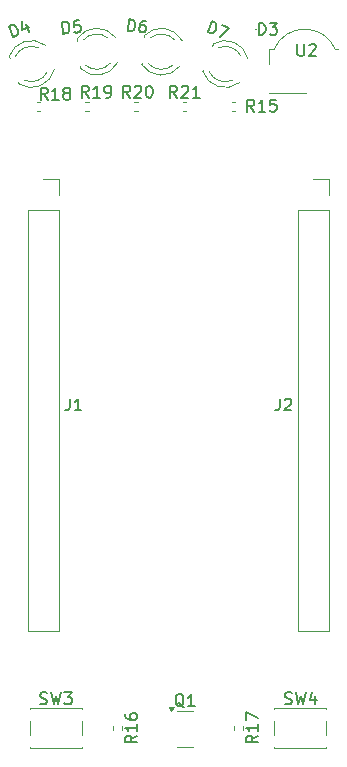
<source format=gbr>
%TF.GenerationSoftware,KiCad,Pcbnew,9.0.2*%
%TF.CreationDate,2025-06-28T18:53:08+03:00*%
%TF.ProjectId,esp-remote-board,6573702d-7265-46d6-9f74-652d626f6172,rev?*%
%TF.SameCoordinates,Original*%
%TF.FileFunction,Legend,Top*%
%TF.FilePolarity,Positive*%
%FSLAX46Y46*%
G04 Gerber Fmt 4.6, Leading zero omitted, Abs format (unit mm)*
G04 Created by KiCad (PCBNEW 9.0.2) date 2025-06-28 18:53:08*
%MOMM*%
%LPD*%
G01*
G04 APERTURE LIST*
%ADD10C,0.150000*%
%ADD11C,0.120000*%
%ADD12C,0.100000*%
G04 APERTURE END LIST*
D10*
X148864412Y-74544819D02*
X148531079Y-74068628D01*
X148292984Y-74544819D02*
X148292984Y-73544819D01*
X148292984Y-73544819D02*
X148673936Y-73544819D01*
X148673936Y-73544819D02*
X148769174Y-73592438D01*
X148769174Y-73592438D02*
X148816793Y-73640057D01*
X148816793Y-73640057D02*
X148864412Y-73735295D01*
X148864412Y-73735295D02*
X148864412Y-73878152D01*
X148864412Y-73878152D02*
X148816793Y-73973390D01*
X148816793Y-73973390D02*
X148769174Y-74021009D01*
X148769174Y-74021009D02*
X148673936Y-74068628D01*
X148673936Y-74068628D02*
X148292984Y-74068628D01*
X149245365Y-73640057D02*
X149292984Y-73592438D01*
X149292984Y-73592438D02*
X149388222Y-73544819D01*
X149388222Y-73544819D02*
X149626317Y-73544819D01*
X149626317Y-73544819D02*
X149721555Y-73592438D01*
X149721555Y-73592438D02*
X149769174Y-73640057D01*
X149769174Y-73640057D02*
X149816793Y-73735295D01*
X149816793Y-73735295D02*
X149816793Y-73830533D01*
X149816793Y-73830533D02*
X149769174Y-73973390D01*
X149769174Y-73973390D02*
X149197746Y-74544819D01*
X149197746Y-74544819D02*
X149816793Y-74544819D01*
X150435841Y-73544819D02*
X150531079Y-73544819D01*
X150531079Y-73544819D02*
X150626317Y-73592438D01*
X150626317Y-73592438D02*
X150673936Y-73640057D01*
X150673936Y-73640057D02*
X150721555Y-73735295D01*
X150721555Y-73735295D02*
X150769174Y-73925771D01*
X150769174Y-73925771D02*
X150769174Y-74163866D01*
X150769174Y-74163866D02*
X150721555Y-74354342D01*
X150721555Y-74354342D02*
X150673936Y-74449580D01*
X150673936Y-74449580D02*
X150626317Y-74497200D01*
X150626317Y-74497200D02*
X150531079Y-74544819D01*
X150531079Y-74544819D02*
X150435841Y-74544819D01*
X150435841Y-74544819D02*
X150340603Y-74497200D01*
X150340603Y-74497200D02*
X150292984Y-74449580D01*
X150292984Y-74449580D02*
X150245365Y-74354342D01*
X150245365Y-74354342D02*
X150197746Y-74163866D01*
X150197746Y-74163866D02*
X150197746Y-73925771D01*
X150197746Y-73925771D02*
X150245365Y-73735295D01*
X150245365Y-73735295D02*
X150292984Y-73640057D01*
X150292984Y-73640057D02*
X150340603Y-73592438D01*
X150340603Y-73592438D02*
X150435841Y-73544819D01*
X148679198Y-68903933D02*
X148766354Y-67907738D01*
X148766354Y-67907738D02*
X149003543Y-67928489D01*
X149003543Y-67928489D02*
X149141707Y-67988378D01*
X149141707Y-67988378D02*
X149228282Y-68091554D01*
X149228282Y-68091554D02*
X149267419Y-68190580D01*
X149267419Y-68190580D02*
X149298256Y-68384482D01*
X149298256Y-68384482D02*
X149285805Y-68526795D01*
X149285805Y-68526795D02*
X149221766Y-68712396D01*
X149221766Y-68712396D02*
X149166028Y-68803122D01*
X149166028Y-68803122D02*
X149062851Y-68889697D01*
X149062851Y-68889697D02*
X148916388Y-68924684D01*
X148916388Y-68924684D02*
X148679198Y-68903933D01*
X150189489Y-68032246D02*
X149999738Y-68015645D01*
X149999738Y-68015645D02*
X149900712Y-68054782D01*
X149900712Y-68054782D02*
X149849124Y-68098070D01*
X149849124Y-68098070D02*
X149741797Y-68232083D01*
X149741797Y-68232083D02*
X149677758Y-68417684D01*
X149677758Y-68417684D02*
X149644556Y-68797187D01*
X149644556Y-68797187D02*
X149683694Y-68896213D01*
X149683694Y-68896213D02*
X149726981Y-68947801D01*
X149726981Y-68947801D02*
X149817707Y-69003539D01*
X149817707Y-69003539D02*
X150007458Y-69020140D01*
X150007458Y-69020140D02*
X150106484Y-68981003D01*
X150106484Y-68981003D02*
X150158072Y-68937715D01*
X150158072Y-68937715D02*
X150213810Y-68846990D01*
X150213810Y-68846990D02*
X150234562Y-68609801D01*
X150234562Y-68609801D02*
X150195424Y-68510775D01*
X150195424Y-68510775D02*
X150152137Y-68459187D01*
X150152137Y-68459187D02*
X150061411Y-68403448D01*
X150061411Y-68403448D02*
X149871660Y-68386847D01*
X149871660Y-68386847D02*
X149772634Y-68425985D01*
X149772634Y-68425985D02*
X149721046Y-68469272D01*
X149721046Y-68469272D02*
X149665308Y-68559998D01*
X161516666Y-100017549D02*
X161516666Y-100731834D01*
X161516666Y-100731834D02*
X161469047Y-100874691D01*
X161469047Y-100874691D02*
X161373809Y-100969930D01*
X161373809Y-100969930D02*
X161230952Y-101017549D01*
X161230952Y-101017549D02*
X161135714Y-101017549D01*
X161945238Y-100112787D02*
X161992857Y-100065168D01*
X161992857Y-100065168D02*
X162088095Y-100017549D01*
X162088095Y-100017549D02*
X162326190Y-100017549D01*
X162326190Y-100017549D02*
X162421428Y-100065168D01*
X162421428Y-100065168D02*
X162469047Y-100112787D01*
X162469047Y-100112787D02*
X162516666Y-100208025D01*
X162516666Y-100208025D02*
X162516666Y-100303263D01*
X162516666Y-100303263D02*
X162469047Y-100446120D01*
X162469047Y-100446120D02*
X161897619Y-101017549D01*
X161897619Y-101017549D02*
X162516666Y-101017549D01*
X159364412Y-75714819D02*
X159031079Y-75238628D01*
X158792984Y-75714819D02*
X158792984Y-74714819D01*
X158792984Y-74714819D02*
X159173936Y-74714819D01*
X159173936Y-74714819D02*
X159269174Y-74762438D01*
X159269174Y-74762438D02*
X159316793Y-74810057D01*
X159316793Y-74810057D02*
X159364412Y-74905295D01*
X159364412Y-74905295D02*
X159364412Y-75048152D01*
X159364412Y-75048152D02*
X159316793Y-75143390D01*
X159316793Y-75143390D02*
X159269174Y-75191009D01*
X159269174Y-75191009D02*
X159173936Y-75238628D01*
X159173936Y-75238628D02*
X158792984Y-75238628D01*
X160316793Y-75714819D02*
X159745365Y-75714819D01*
X160031079Y-75714819D02*
X160031079Y-74714819D01*
X160031079Y-74714819D02*
X159935841Y-74857676D01*
X159935841Y-74857676D02*
X159840603Y-74952914D01*
X159840603Y-74952914D02*
X159745365Y-75000533D01*
X161221555Y-74714819D02*
X160745365Y-74714819D01*
X160745365Y-74714819D02*
X160697746Y-75191009D01*
X160697746Y-75191009D02*
X160745365Y-75143390D01*
X160745365Y-75143390D02*
X160840603Y-75095771D01*
X160840603Y-75095771D02*
X161078698Y-75095771D01*
X161078698Y-75095771D02*
X161173936Y-75143390D01*
X161173936Y-75143390D02*
X161221555Y-75191009D01*
X161221555Y-75191009D02*
X161269174Y-75286247D01*
X161269174Y-75286247D02*
X161269174Y-75524342D01*
X161269174Y-75524342D02*
X161221555Y-75619580D01*
X161221555Y-75619580D02*
X161173936Y-75667200D01*
X161173936Y-75667200D02*
X161078698Y-75714819D01*
X161078698Y-75714819D02*
X160840603Y-75714819D01*
X160840603Y-75714819D02*
X160745365Y-75667200D01*
X160745365Y-75667200D02*
X160697746Y-75619580D01*
X141251347Y-125852224D02*
X141394204Y-125899843D01*
X141394204Y-125899843D02*
X141632299Y-125899843D01*
X141632299Y-125899843D02*
X141727537Y-125852224D01*
X141727537Y-125852224D02*
X141775156Y-125804604D01*
X141775156Y-125804604D02*
X141822775Y-125709366D01*
X141822775Y-125709366D02*
X141822775Y-125614128D01*
X141822775Y-125614128D02*
X141775156Y-125518890D01*
X141775156Y-125518890D02*
X141727537Y-125471271D01*
X141727537Y-125471271D02*
X141632299Y-125423652D01*
X141632299Y-125423652D02*
X141441823Y-125376033D01*
X141441823Y-125376033D02*
X141346585Y-125328414D01*
X141346585Y-125328414D02*
X141298966Y-125280795D01*
X141298966Y-125280795D02*
X141251347Y-125185557D01*
X141251347Y-125185557D02*
X141251347Y-125090319D01*
X141251347Y-125090319D02*
X141298966Y-124995081D01*
X141298966Y-124995081D02*
X141346585Y-124947462D01*
X141346585Y-124947462D02*
X141441823Y-124899843D01*
X141441823Y-124899843D02*
X141679918Y-124899843D01*
X141679918Y-124899843D02*
X141822775Y-124947462D01*
X142156109Y-124899843D02*
X142394204Y-125899843D01*
X142394204Y-125899843D02*
X142584680Y-125185557D01*
X142584680Y-125185557D02*
X142775156Y-125899843D01*
X142775156Y-125899843D02*
X143013252Y-124899843D01*
X143298966Y-124899843D02*
X143918013Y-124899843D01*
X143918013Y-124899843D02*
X143584680Y-125280795D01*
X143584680Y-125280795D02*
X143727537Y-125280795D01*
X143727537Y-125280795D02*
X143822775Y-125328414D01*
X143822775Y-125328414D02*
X143870394Y-125376033D01*
X143870394Y-125376033D02*
X143918013Y-125471271D01*
X143918013Y-125471271D02*
X143918013Y-125709366D01*
X143918013Y-125709366D02*
X143870394Y-125804604D01*
X143870394Y-125804604D02*
X143822775Y-125852224D01*
X143822775Y-125852224D02*
X143727537Y-125899843D01*
X143727537Y-125899843D02*
X143441823Y-125899843D01*
X143441823Y-125899843D02*
X143346585Y-125852224D01*
X143346585Y-125852224D02*
X143298966Y-125804604D01*
X152840912Y-74544819D02*
X152507579Y-74068628D01*
X152269484Y-74544819D02*
X152269484Y-73544819D01*
X152269484Y-73544819D02*
X152650436Y-73544819D01*
X152650436Y-73544819D02*
X152745674Y-73592438D01*
X152745674Y-73592438D02*
X152793293Y-73640057D01*
X152793293Y-73640057D02*
X152840912Y-73735295D01*
X152840912Y-73735295D02*
X152840912Y-73878152D01*
X152840912Y-73878152D02*
X152793293Y-73973390D01*
X152793293Y-73973390D02*
X152745674Y-74021009D01*
X152745674Y-74021009D02*
X152650436Y-74068628D01*
X152650436Y-74068628D02*
X152269484Y-74068628D01*
X153221865Y-73640057D02*
X153269484Y-73592438D01*
X153269484Y-73592438D02*
X153364722Y-73544819D01*
X153364722Y-73544819D02*
X153602817Y-73544819D01*
X153602817Y-73544819D02*
X153698055Y-73592438D01*
X153698055Y-73592438D02*
X153745674Y-73640057D01*
X153745674Y-73640057D02*
X153793293Y-73735295D01*
X153793293Y-73735295D02*
X153793293Y-73830533D01*
X153793293Y-73830533D02*
X153745674Y-73973390D01*
X153745674Y-73973390D02*
X153174246Y-74544819D01*
X153174246Y-74544819D02*
X153793293Y-74544819D01*
X154745674Y-74544819D02*
X154174246Y-74544819D01*
X154459960Y-74544819D02*
X154459960Y-73544819D01*
X154459960Y-73544819D02*
X154364722Y-73687676D01*
X154364722Y-73687676D02*
X154269484Y-73782914D01*
X154269484Y-73782914D02*
X154174246Y-73830533D01*
X143199325Y-69123724D02*
X143112169Y-68127529D01*
X143112169Y-68127529D02*
X143349358Y-68106778D01*
X143349358Y-68106778D02*
X143495822Y-68141765D01*
X143495822Y-68141765D02*
X143598998Y-68228340D01*
X143598998Y-68228340D02*
X143654736Y-68319066D01*
X143654736Y-68319066D02*
X143718775Y-68504667D01*
X143718775Y-68504667D02*
X143731226Y-68646980D01*
X143731226Y-68646980D02*
X143700389Y-68840882D01*
X143700389Y-68840882D02*
X143661252Y-68939908D01*
X143661252Y-68939908D02*
X143574677Y-69043084D01*
X143574677Y-69043084D02*
X143436514Y-69102973D01*
X143436514Y-69102973D02*
X143199325Y-69123724D01*
X144582742Y-67998871D02*
X144108363Y-68040374D01*
X144108363Y-68040374D02*
X144102428Y-68518902D01*
X144102428Y-68518902D02*
X144145716Y-68467314D01*
X144145716Y-68467314D02*
X144236441Y-68411576D01*
X144236441Y-68411576D02*
X144473631Y-68390824D01*
X144473631Y-68390824D02*
X144572657Y-68429962D01*
X144572657Y-68429962D02*
X144624245Y-68473249D01*
X144624245Y-68473249D02*
X144679983Y-68563975D01*
X144679983Y-68563975D02*
X144700734Y-68801164D01*
X144700734Y-68801164D02*
X144661597Y-68900190D01*
X144661597Y-68900190D02*
X144618310Y-68951778D01*
X144618310Y-68951778D02*
X144527584Y-69007516D01*
X144527584Y-69007516D02*
X144290395Y-69028268D01*
X144290395Y-69028268D02*
X144191369Y-68989130D01*
X144191369Y-68989130D02*
X144139781Y-68945843D01*
X159677383Y-128550087D02*
X159201192Y-128883420D01*
X159677383Y-129121515D02*
X158677383Y-129121515D01*
X158677383Y-129121515D02*
X158677383Y-128740563D01*
X158677383Y-128740563D02*
X158725002Y-128645325D01*
X158725002Y-128645325D02*
X158772621Y-128597706D01*
X158772621Y-128597706D02*
X158867859Y-128550087D01*
X158867859Y-128550087D02*
X159010716Y-128550087D01*
X159010716Y-128550087D02*
X159105954Y-128597706D01*
X159105954Y-128597706D02*
X159153573Y-128645325D01*
X159153573Y-128645325D02*
X159201192Y-128740563D01*
X159201192Y-128740563D02*
X159201192Y-129121515D01*
X159677383Y-127597706D02*
X159677383Y-128169134D01*
X159677383Y-127883420D02*
X158677383Y-127883420D01*
X158677383Y-127883420D02*
X158820240Y-127978658D01*
X158820240Y-127978658D02*
X158915478Y-128073896D01*
X158915478Y-128073896D02*
X158963097Y-128169134D01*
X158677383Y-127264372D02*
X158677383Y-126597706D01*
X158677383Y-126597706D02*
X159677383Y-127026277D01*
X138969245Y-69439833D02*
X138627224Y-68500140D01*
X138627224Y-68500140D02*
X138850961Y-68418707D01*
X138850961Y-68418707D02*
X139001489Y-68414594D01*
X139001489Y-68414594D02*
X139123557Y-68471515D01*
X139123557Y-68471515D02*
X139200878Y-68544723D01*
X139200878Y-68544723D02*
X139310772Y-68707426D01*
X139310772Y-68707426D02*
X139359632Y-68841667D01*
X139359632Y-68841667D02*
X139380031Y-69036943D01*
X139380031Y-69036943D02*
X139367857Y-69142724D01*
X139367857Y-69142724D02*
X139310936Y-69264792D01*
X139310936Y-69264792D02*
X139192981Y-69358400D01*
X139192981Y-69358400D02*
X138969245Y-69439833D01*
X140083649Y-68324771D02*
X140311663Y-68951233D01*
X139729619Y-68048226D02*
X139750183Y-68800869D01*
X139750183Y-68800869D02*
X140331898Y-68589142D01*
X163027865Y-70004819D02*
X163027865Y-70814342D01*
X163027865Y-70814342D02*
X163075484Y-70909580D01*
X163075484Y-70909580D02*
X163123103Y-70957200D01*
X163123103Y-70957200D02*
X163218341Y-71004819D01*
X163218341Y-71004819D02*
X163408817Y-71004819D01*
X163408817Y-71004819D02*
X163504055Y-70957200D01*
X163504055Y-70957200D02*
X163551674Y-70909580D01*
X163551674Y-70909580D02*
X163599293Y-70814342D01*
X163599293Y-70814342D02*
X163599293Y-70004819D01*
X164027865Y-70100057D02*
X164075484Y-70052438D01*
X164075484Y-70052438D02*
X164170722Y-70004819D01*
X164170722Y-70004819D02*
X164408817Y-70004819D01*
X164408817Y-70004819D02*
X164504055Y-70052438D01*
X164504055Y-70052438D02*
X164551674Y-70100057D01*
X164551674Y-70100057D02*
X164599293Y-70195295D01*
X164599293Y-70195295D02*
X164599293Y-70290533D01*
X164599293Y-70290533D02*
X164551674Y-70433390D01*
X164551674Y-70433390D02*
X163980246Y-71004819D01*
X163980246Y-71004819D02*
X164599293Y-71004819D01*
X143736666Y-100017549D02*
X143736666Y-100731834D01*
X143736666Y-100731834D02*
X143689047Y-100874691D01*
X143689047Y-100874691D02*
X143593809Y-100969930D01*
X143593809Y-100969930D02*
X143450952Y-101017549D01*
X143450952Y-101017549D02*
X143355714Y-101017549D01*
X144736666Y-101017549D02*
X144165238Y-101017549D01*
X144450952Y-101017549D02*
X144450952Y-100017549D01*
X144450952Y-100017549D02*
X144355714Y-100160406D01*
X144355714Y-100160406D02*
X144260476Y-100255644D01*
X144260476Y-100255644D02*
X144165238Y-100303263D01*
X155421782Y-69018201D02*
X155763802Y-68078509D01*
X155763802Y-68078509D02*
X155987539Y-68159942D01*
X155987539Y-68159942D02*
X156105494Y-68253549D01*
X156105494Y-68253549D02*
X156162415Y-68375617D01*
X156162415Y-68375617D02*
X156174589Y-68481398D01*
X156174589Y-68481398D02*
X156154189Y-68676674D01*
X156154189Y-68676674D02*
X156105329Y-68810916D01*
X156105329Y-68810916D02*
X155995435Y-68973618D01*
X155995435Y-68973618D02*
X155918115Y-69046826D01*
X155918115Y-69046826D02*
X155796047Y-69103747D01*
X155796047Y-69103747D02*
X155645518Y-69099635D01*
X155645518Y-69099635D02*
X155421782Y-69018201D01*
X156614000Y-68387956D02*
X157240462Y-68615969D01*
X157240462Y-68615969D02*
X156495716Y-69409081D01*
X159769175Y-69214819D02*
X159769175Y-68214819D01*
X159769175Y-68214819D02*
X160007270Y-68214819D01*
X160007270Y-68214819D02*
X160150127Y-68262438D01*
X160150127Y-68262438D02*
X160245365Y-68357676D01*
X160245365Y-68357676D02*
X160292984Y-68452914D01*
X160292984Y-68452914D02*
X160340603Y-68643390D01*
X160340603Y-68643390D02*
X160340603Y-68786247D01*
X160340603Y-68786247D02*
X160292984Y-68976723D01*
X160292984Y-68976723D02*
X160245365Y-69071961D01*
X160245365Y-69071961D02*
X160150127Y-69167200D01*
X160150127Y-69167200D02*
X160007270Y-69214819D01*
X160007270Y-69214819D02*
X159769175Y-69214819D01*
X160673937Y-68214819D02*
X161292984Y-68214819D01*
X161292984Y-68214819D02*
X160959651Y-68595771D01*
X160959651Y-68595771D02*
X161102508Y-68595771D01*
X161102508Y-68595771D02*
X161197746Y-68643390D01*
X161197746Y-68643390D02*
X161245365Y-68691009D01*
X161245365Y-68691009D02*
X161292984Y-68786247D01*
X161292984Y-68786247D02*
X161292984Y-69024342D01*
X161292984Y-69024342D02*
X161245365Y-69119580D01*
X161245365Y-69119580D02*
X161197746Y-69167200D01*
X161197746Y-69167200D02*
X161102508Y-69214819D01*
X161102508Y-69214819D02*
X160816794Y-69214819D01*
X160816794Y-69214819D02*
X160721556Y-69167200D01*
X160721556Y-69167200D02*
X160673937Y-69119580D01*
X161975141Y-125852224D02*
X162117998Y-125899843D01*
X162117998Y-125899843D02*
X162356093Y-125899843D01*
X162356093Y-125899843D02*
X162451331Y-125852224D01*
X162451331Y-125852224D02*
X162498950Y-125804604D01*
X162498950Y-125804604D02*
X162546569Y-125709366D01*
X162546569Y-125709366D02*
X162546569Y-125614128D01*
X162546569Y-125614128D02*
X162498950Y-125518890D01*
X162498950Y-125518890D02*
X162451331Y-125471271D01*
X162451331Y-125471271D02*
X162356093Y-125423652D01*
X162356093Y-125423652D02*
X162165617Y-125376033D01*
X162165617Y-125376033D02*
X162070379Y-125328414D01*
X162070379Y-125328414D02*
X162022760Y-125280795D01*
X162022760Y-125280795D02*
X161975141Y-125185557D01*
X161975141Y-125185557D02*
X161975141Y-125090319D01*
X161975141Y-125090319D02*
X162022760Y-124995081D01*
X162022760Y-124995081D02*
X162070379Y-124947462D01*
X162070379Y-124947462D02*
X162165617Y-124899843D01*
X162165617Y-124899843D02*
X162403712Y-124899843D01*
X162403712Y-124899843D02*
X162546569Y-124947462D01*
X162879903Y-124899843D02*
X163117998Y-125899843D01*
X163117998Y-125899843D02*
X163308474Y-125185557D01*
X163308474Y-125185557D02*
X163498950Y-125899843D01*
X163498950Y-125899843D02*
X163737046Y-124899843D01*
X164546569Y-125233176D02*
X164546569Y-125899843D01*
X164308474Y-124852224D02*
X164070379Y-125566509D01*
X164070379Y-125566509D02*
X164689426Y-125566509D01*
X153434761Y-126144787D02*
X153339523Y-126097168D01*
X153339523Y-126097168D02*
X153244285Y-126001930D01*
X153244285Y-126001930D02*
X153101428Y-125859072D01*
X153101428Y-125859072D02*
X153006190Y-125811453D01*
X153006190Y-125811453D02*
X152910952Y-125811453D01*
X152958571Y-126049549D02*
X152863333Y-126001930D01*
X152863333Y-126001930D02*
X152768095Y-125906691D01*
X152768095Y-125906691D02*
X152720476Y-125716215D01*
X152720476Y-125716215D02*
X152720476Y-125382882D01*
X152720476Y-125382882D02*
X152768095Y-125192406D01*
X152768095Y-125192406D02*
X152863333Y-125097168D01*
X152863333Y-125097168D02*
X152958571Y-125049549D01*
X152958571Y-125049549D02*
X153149047Y-125049549D01*
X153149047Y-125049549D02*
X153244285Y-125097168D01*
X153244285Y-125097168D02*
X153339523Y-125192406D01*
X153339523Y-125192406D02*
X153387142Y-125382882D01*
X153387142Y-125382882D02*
X153387142Y-125716215D01*
X153387142Y-125716215D02*
X153339523Y-125906691D01*
X153339523Y-125906691D02*
X153244285Y-126001930D01*
X153244285Y-126001930D02*
X153149047Y-126049549D01*
X153149047Y-126049549D02*
X152958571Y-126049549D01*
X154339523Y-126049549D02*
X153768095Y-126049549D01*
X154053809Y-126049549D02*
X154053809Y-125049549D01*
X154053809Y-125049549D02*
X153958571Y-125192406D01*
X153958571Y-125192406D02*
X153863333Y-125287644D01*
X153863333Y-125287644D02*
X153768095Y-125335263D01*
X145364412Y-74544819D02*
X145031079Y-74068628D01*
X144792984Y-74544819D02*
X144792984Y-73544819D01*
X144792984Y-73544819D02*
X145173936Y-73544819D01*
X145173936Y-73544819D02*
X145269174Y-73592438D01*
X145269174Y-73592438D02*
X145316793Y-73640057D01*
X145316793Y-73640057D02*
X145364412Y-73735295D01*
X145364412Y-73735295D02*
X145364412Y-73878152D01*
X145364412Y-73878152D02*
X145316793Y-73973390D01*
X145316793Y-73973390D02*
X145269174Y-74021009D01*
X145269174Y-74021009D02*
X145173936Y-74068628D01*
X145173936Y-74068628D02*
X144792984Y-74068628D01*
X146316793Y-74544819D02*
X145745365Y-74544819D01*
X146031079Y-74544819D02*
X146031079Y-73544819D01*
X146031079Y-73544819D02*
X145935841Y-73687676D01*
X145935841Y-73687676D02*
X145840603Y-73782914D01*
X145840603Y-73782914D02*
X145745365Y-73830533D01*
X146792984Y-74544819D02*
X146983460Y-74544819D01*
X146983460Y-74544819D02*
X147078698Y-74497200D01*
X147078698Y-74497200D02*
X147126317Y-74449580D01*
X147126317Y-74449580D02*
X147221555Y-74306723D01*
X147221555Y-74306723D02*
X147269174Y-74116247D01*
X147269174Y-74116247D02*
X147269174Y-73735295D01*
X147269174Y-73735295D02*
X147221555Y-73640057D01*
X147221555Y-73640057D02*
X147173936Y-73592438D01*
X147173936Y-73592438D02*
X147078698Y-73544819D01*
X147078698Y-73544819D02*
X146888222Y-73544819D01*
X146888222Y-73544819D02*
X146792984Y-73592438D01*
X146792984Y-73592438D02*
X146745365Y-73640057D01*
X146745365Y-73640057D02*
X146697746Y-73735295D01*
X146697746Y-73735295D02*
X146697746Y-73973390D01*
X146697746Y-73973390D02*
X146745365Y-74068628D01*
X146745365Y-74068628D02*
X146792984Y-74116247D01*
X146792984Y-74116247D02*
X146888222Y-74163866D01*
X146888222Y-74163866D02*
X147078698Y-74163866D01*
X147078698Y-74163866D02*
X147173936Y-74116247D01*
X147173936Y-74116247D02*
X147221555Y-74068628D01*
X147221555Y-74068628D02*
X147269174Y-73973390D01*
X149442511Y-128550087D02*
X148966320Y-128883420D01*
X149442511Y-129121515D02*
X148442511Y-129121515D01*
X148442511Y-129121515D02*
X148442511Y-128740563D01*
X148442511Y-128740563D02*
X148490130Y-128645325D01*
X148490130Y-128645325D02*
X148537749Y-128597706D01*
X148537749Y-128597706D02*
X148632987Y-128550087D01*
X148632987Y-128550087D02*
X148775844Y-128550087D01*
X148775844Y-128550087D02*
X148871082Y-128597706D01*
X148871082Y-128597706D02*
X148918701Y-128645325D01*
X148918701Y-128645325D02*
X148966320Y-128740563D01*
X148966320Y-128740563D02*
X148966320Y-129121515D01*
X149442511Y-127597706D02*
X149442511Y-128169134D01*
X149442511Y-127883420D02*
X148442511Y-127883420D01*
X148442511Y-127883420D02*
X148585368Y-127978658D01*
X148585368Y-127978658D02*
X148680606Y-128073896D01*
X148680606Y-128073896D02*
X148728225Y-128169134D01*
X148442511Y-126740563D02*
X148442511Y-126931039D01*
X148442511Y-126931039D02*
X148490130Y-127026277D01*
X148490130Y-127026277D02*
X148537749Y-127073896D01*
X148537749Y-127073896D02*
X148680606Y-127169134D01*
X148680606Y-127169134D02*
X148871082Y-127216753D01*
X148871082Y-127216753D02*
X149252034Y-127216753D01*
X149252034Y-127216753D02*
X149347272Y-127169134D01*
X149347272Y-127169134D02*
X149394892Y-127121515D01*
X149394892Y-127121515D02*
X149442511Y-127026277D01*
X149442511Y-127026277D02*
X149442511Y-126835801D01*
X149442511Y-126835801D02*
X149394892Y-126740563D01*
X149394892Y-126740563D02*
X149347272Y-126692944D01*
X149347272Y-126692944D02*
X149252034Y-126645325D01*
X149252034Y-126645325D02*
X149013939Y-126645325D01*
X149013939Y-126645325D02*
X148918701Y-126692944D01*
X148918701Y-126692944D02*
X148871082Y-126740563D01*
X148871082Y-126740563D02*
X148823463Y-126835801D01*
X148823463Y-126835801D02*
X148823463Y-127026277D01*
X148823463Y-127026277D02*
X148871082Y-127121515D01*
X148871082Y-127121515D02*
X148918701Y-127169134D01*
X148918701Y-127169134D02*
X149013939Y-127216753D01*
X141883288Y-74714351D02*
X141549955Y-74238160D01*
X141311860Y-74714351D02*
X141311860Y-73714351D01*
X141311860Y-73714351D02*
X141692812Y-73714351D01*
X141692812Y-73714351D02*
X141788050Y-73761970D01*
X141788050Y-73761970D02*
X141835669Y-73809589D01*
X141835669Y-73809589D02*
X141883288Y-73904827D01*
X141883288Y-73904827D02*
X141883288Y-74047684D01*
X141883288Y-74047684D02*
X141835669Y-74142922D01*
X141835669Y-74142922D02*
X141788050Y-74190541D01*
X141788050Y-74190541D02*
X141692812Y-74238160D01*
X141692812Y-74238160D02*
X141311860Y-74238160D01*
X142835669Y-74714351D02*
X142264241Y-74714351D01*
X142549955Y-74714351D02*
X142549955Y-73714351D01*
X142549955Y-73714351D02*
X142454717Y-73857208D01*
X142454717Y-73857208D02*
X142359479Y-73952446D01*
X142359479Y-73952446D02*
X142264241Y-74000065D01*
X143407098Y-74142922D02*
X143311860Y-74095303D01*
X143311860Y-74095303D02*
X143264241Y-74047684D01*
X143264241Y-74047684D02*
X143216622Y-73952446D01*
X143216622Y-73952446D02*
X143216622Y-73904827D01*
X143216622Y-73904827D02*
X143264241Y-73809589D01*
X143264241Y-73809589D02*
X143311860Y-73761970D01*
X143311860Y-73761970D02*
X143407098Y-73714351D01*
X143407098Y-73714351D02*
X143597574Y-73714351D01*
X143597574Y-73714351D02*
X143692812Y-73761970D01*
X143692812Y-73761970D02*
X143740431Y-73809589D01*
X143740431Y-73809589D02*
X143788050Y-73904827D01*
X143788050Y-73904827D02*
X143788050Y-73952446D01*
X143788050Y-73952446D02*
X143740431Y-74047684D01*
X143740431Y-74047684D02*
X143692812Y-74095303D01*
X143692812Y-74095303D02*
X143597574Y-74142922D01*
X143597574Y-74142922D02*
X143407098Y-74142922D01*
X143407098Y-74142922D02*
X143311860Y-74190541D01*
X143311860Y-74190541D02*
X143264241Y-74238160D01*
X143264241Y-74238160D02*
X143216622Y-74333398D01*
X143216622Y-74333398D02*
X143216622Y-74523874D01*
X143216622Y-74523874D02*
X143264241Y-74619112D01*
X143264241Y-74619112D02*
X143311860Y-74666732D01*
X143311860Y-74666732D02*
X143407098Y-74714351D01*
X143407098Y-74714351D02*
X143597574Y-74714351D01*
X143597574Y-74714351D02*
X143692812Y-74666732D01*
X143692812Y-74666732D02*
X143740431Y-74619112D01*
X143740431Y-74619112D02*
X143788050Y-74523874D01*
X143788050Y-74523874D02*
X143788050Y-74333398D01*
X143788050Y-74333398D02*
X143740431Y-74238160D01*
X143740431Y-74238160D02*
X143692812Y-74190541D01*
X143692812Y-74190541D02*
X143597574Y-74142922D01*
D11*
%TO.C,R20*%
X149202629Y-74880000D02*
X149509911Y-74880000D01*
X149202629Y-75640000D02*
X149509911Y-75640000D01*
%TO.C,D6*%
X149866745Y-71589239D02*
X149853149Y-71744645D01*
X150068598Y-69282052D02*
X150055002Y-69437459D01*
X150068556Y-69282534D02*
G75*
G02*
X153274142Y-69719097I1446381J-1366778D01*
G01*
X150572066Y-69482696D02*
G75*
G02*
X152646064Y-69664147I942871J-1166616D01*
G01*
X152457809Y-71815928D02*
G75*
G02*
X150383809Y-71634476I-942872J1166616D01*
G01*
X153085886Y-71870877D02*
G75*
G02*
X149853190Y-71744163I-1570949J1221565D01*
G01*
%TO.C,J2*%
X163060000Y-84052730D02*
X163060000Y-119672730D01*
X163060000Y-84052730D02*
X165720000Y-84052730D01*
X163060000Y-119672730D02*
X165720000Y-119672730D01*
X164390000Y-81452730D02*
X165720000Y-81452730D01*
X165720000Y-81452730D02*
X165720000Y-82782730D01*
X165720000Y-84052730D02*
X165720000Y-119672730D01*
%TO.C,R15*%
X157457629Y-74880000D02*
X157764911Y-74880000D01*
X157457629Y-75640000D02*
X157764911Y-75640000D01*
%TO.C,SW3*%
X140380256Y-126207230D02*
X140380256Y-126327230D01*
X140380256Y-127337230D02*
X140380256Y-128477230D01*
X140380256Y-129487230D02*
X140380256Y-129607230D01*
X140380256Y-129607230D02*
X144780256Y-129607230D01*
X144780256Y-126207230D02*
X140380256Y-126207230D01*
X144780256Y-126327230D02*
X144780256Y-126207230D01*
X144780256Y-128477230D02*
X144780256Y-127337230D01*
X144780256Y-129607230D02*
X144780256Y-129487230D01*
%TO.C,R21*%
X153330129Y-74880000D02*
X153637411Y-74880000D01*
X153330129Y-75640000D02*
X153637411Y-75640000D01*
%TO.C,D5*%
X144383149Y-69553979D02*
X144396745Y-69709385D01*
X144585002Y-71861165D02*
X144598598Y-72016572D01*
X144383191Y-69554461D02*
G75*
G02*
X147615885Y-69427748I1661746J-1094851D01*
G01*
X144913809Y-69664148D02*
G75*
G02*
X146987809Y-69482696I1131128J-985164D01*
G01*
X147176065Y-71634477D02*
G75*
G02*
X145102066Y-71815929I-1131128J985165D01*
G01*
X147804142Y-71579527D02*
G75*
G02*
X144598556Y-72016090I-1759205J930215D01*
G01*
%TO.C,R17*%
X157672564Y-127753589D02*
X157672564Y-128060871D01*
X158432564Y-127753589D02*
X158432564Y-128060871D01*
%TO.C,D4*%
X138614522Y-71066457D02*
X138667877Y-71213049D01*
X139406641Y-73242785D02*
X139459996Y-73389377D01*
X138614688Y-71066912D02*
G75*
G02*
X141704435Y-70107832I1888492J-627453D01*
G01*
X139155615Y-71035527D02*
G75*
G02*
X141111981Y-70323469I1347563J-658835D01*
G01*
X141850745Y-72353204D02*
G75*
G02*
X139894378Y-73065263I-1347565J658839D01*
G01*
X142443198Y-72137568D02*
G75*
G02*
X139459831Y-73388921I-1940018J443203D01*
G01*
%TO.C,U2*%
X160589770Y-70460000D02*
X160589770Y-71660000D01*
X160589770Y-70460000D02*
X161049770Y-70460000D01*
X160669770Y-74120000D02*
X163749770Y-74120000D01*
X166249770Y-70460000D02*
X166469770Y-70460000D01*
X161049770Y-70460000D02*
G75*
G02*
X166249770Y-70460000I2600000J-1100000D01*
G01*
%TO.C,J1*%
X140200000Y-84052730D02*
X140200000Y-119672730D01*
X140200000Y-84052730D02*
X142860000Y-84052730D01*
X140200000Y-119672730D02*
X142860000Y-119672730D01*
X141530000Y-81452730D02*
X142860000Y-81452730D01*
X142860000Y-81452730D02*
X142860000Y-82782730D01*
X142860000Y-84052730D02*
X142860000Y-119672730D01*
%TO.C,D7*%
X155077877Y-72175682D02*
X155024522Y-72322274D01*
X155869996Y-69999354D02*
X155816641Y-70145946D01*
X155869830Y-69999809D02*
G75*
G02*
X158853199Y-71251163I1043350J-1694557D01*
G01*
X156304378Y-70323468D02*
G75*
G02*
X158260745Y-71035527I608802J-1370898D01*
G01*
X157521981Y-73065263D02*
G75*
G02*
X155565614Y-72353204I-608803J1370894D01*
G01*
X158114435Y-73280899D02*
G75*
G02*
X155024688Y-72321819I-1201255J1586533D01*
G01*
D12*
%TO.C,D3*%
X159597270Y-68760000D02*
G75*
G02*
X159497270Y-68760000I-50000J0D01*
G01*
X159497270Y-68760000D02*
G75*
G02*
X159597270Y-68760000I50000J0D01*
G01*
D11*
%TO.C,SW4*%
X161090000Y-126207230D02*
X161090000Y-126327230D01*
X161090000Y-127337230D02*
X161090000Y-128477230D01*
X161090000Y-129487230D02*
X161090000Y-129607230D01*
X161090000Y-129607230D02*
X165490000Y-129607230D01*
X165490000Y-126207230D02*
X161090000Y-126207230D01*
X165490000Y-126327230D02*
X165490000Y-126207230D01*
X165490000Y-128477230D02*
X165490000Y-127337230D01*
X165490000Y-129607230D02*
X165490000Y-129487230D01*
%TO.C,Q1*%
X153530000Y-126434730D02*
X152880000Y-126434730D01*
X153530000Y-126434730D02*
X154180000Y-126434730D01*
X153530000Y-129554730D02*
X152880000Y-129554730D01*
X153530000Y-129554730D02*
X154180000Y-129554730D01*
X152367500Y-126484730D02*
X152127500Y-126154730D01*
X152607500Y-126154730D01*
X152367500Y-126484730D01*
G36*
X152367500Y-126484730D02*
G01*
X152127500Y-126154730D01*
X152607500Y-126154730D01*
X152367500Y-126484730D01*
G37*
%TO.C,R19*%
X145075129Y-74880000D02*
X145382411Y-74880000D01*
X145075129Y-75640000D02*
X145382411Y-75640000D01*
%TO.C,R16*%
X147437692Y-127753589D02*
X147437692Y-128060871D01*
X148197692Y-127753589D02*
X148197692Y-128060871D01*
%TO.C,R18*%
X140947629Y-74880000D02*
X141254911Y-74880000D01*
X140947629Y-75640000D02*
X141254911Y-75640000D01*
%TD*%
M02*

</source>
